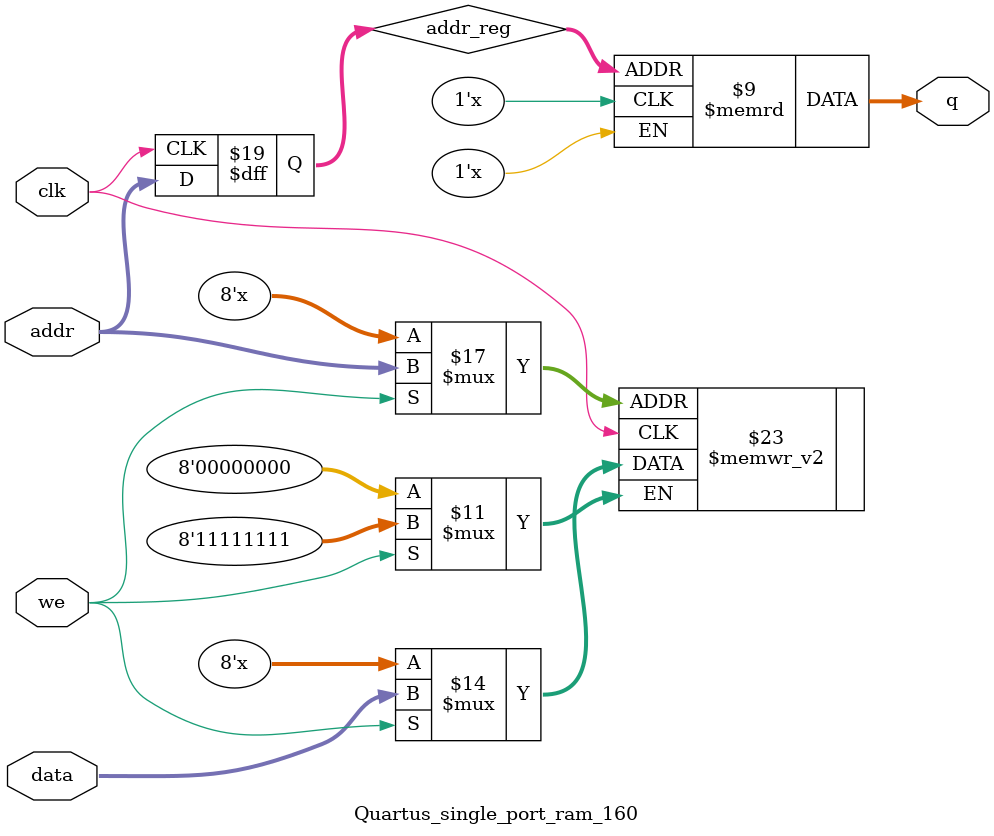
<source format=sv>

module Quartus_single_port_ram_160
#(parameter DATA_WIDTH=8, parameter ADDR_WIDTH=8)
(
	input [(DATA_WIDTH-1):0] data,
	input [(ADDR_WIDTH-1):0] addr,
	input we, clk,
	output [(DATA_WIDTH-1):0] q
);

	// Declare the RAM variable
	reg [DATA_WIDTH-1:0] ram[159:0];

	// Variable to hold the registered read address
	reg [ADDR_WIDTH-1:0] addr_reg;

	always @ (posedge clk)
	begin
		// Write
		if (we)
			ram[addr] <= data;

		addr_reg <= addr;
	end

	// Continuous assignment implies read returns NEW data.
	// This is the natural behavior of the TriMatrix memory
	// blocks in Single Port mode.  
	assign q = ram[addr_reg];

endmodule

</source>
